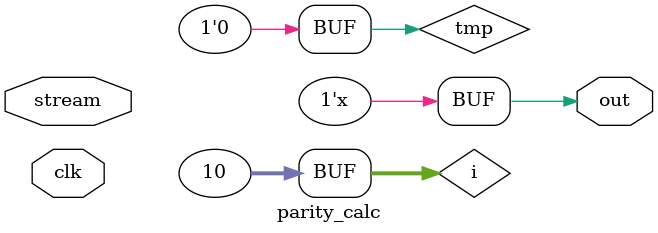
<source format=v>
module parity_calc #(parameter WIDTH=10) (stream,clk,out);
    input [WIDTH-1:0] stream;
    input clk;
    output reg out;
    reg tmp=0;
    integer i;

    // check  the even parity of the stream and output the result
    always @(clk)
    begin
        for(i=0;i<WIDTH;i=i+1)
        begin
            tmp=tmp+stream[i];
        end
        out=tmp;
        tmp=0;
    end
endmodule


</source>
